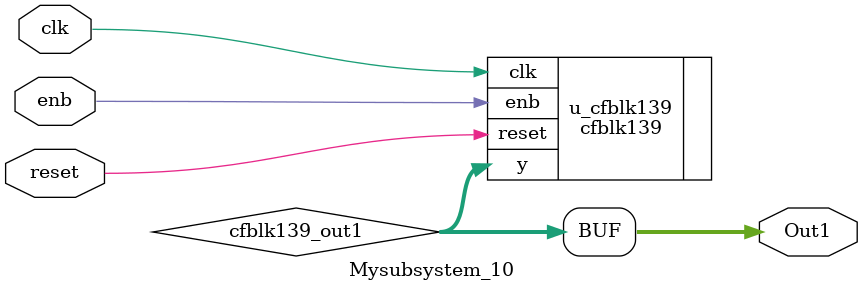
<source format=v>



`timescale 1 ns / 1 ns

module Mysubsystem_10
          (clk,
           reset,
           enb,
           Out1);


  input   clk;
  input   reset;
  input   enb;
  output  [7:0] Out1;  // uint8


  wire [7:0] cfblk139_out1;  // uint8


  cfblk139 u_cfblk139 (.clk(clk),
                       .reset(reset),
                       .enb(enb),
                       .y(cfblk139_out1)  // uint8
                       );

  assign Out1 = cfblk139_out1;

endmodule  // Mysubsystem_10


</source>
